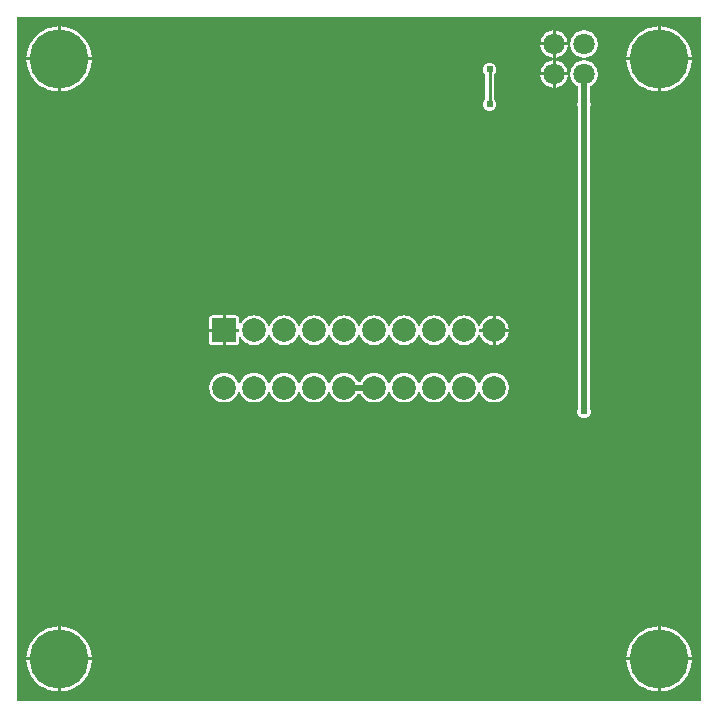
<source format=gbl>
G04 Layer: BottomLayer*
G04 EasyEDA v6.5.34, 2023-08-21 18:11:39*
G04 c46f0082a94245e39cc9accd834b7a4f,5a6b42c53f6a479593ecc07194224c93,10*
G04 Gerber Generator version 0.2*
G04 Scale: 100 percent, Rotated: No, Reflected: No *
G04 Dimensions in millimeters *
G04 leading zeros omitted , absolute positions ,4 integer and 5 decimal *
%FSLAX45Y45*%
%MOMM*%

%ADD10C,0.5000*%
%ADD11C,0.2540*%
%ADD12C,2.0000*%
%ADD13R,2.0000X2.0000*%
%ADD14C,5.0000*%
%ADD15C,1.8000*%
%ADD16C,0.6096*%
%ADD17C,0.0190*%

%LPD*%
G36*
X5805932Y25908D02*
G01*
X36068Y26416D01*
X32156Y27178D01*
X28905Y29362D01*
X26670Y32664D01*
X25908Y36576D01*
X25908Y5805932D01*
X26670Y5809792D01*
X28905Y5813094D01*
X32156Y5815330D01*
X36068Y5816092D01*
X5805932Y5816092D01*
X5809792Y5815330D01*
X5813094Y5813094D01*
X5815330Y5809792D01*
X5816092Y5805932D01*
X5816092Y36068D01*
X5815330Y32156D01*
X5813094Y28905D01*
X5809792Y26670D01*
G37*

%LPC*%
G36*
X4584700Y5600700D02*
G01*
X4687112Y5600700D01*
X4686960Y5602528D01*
X4684268Y5616803D01*
X4679746Y5630672D01*
X4673549Y5643829D01*
X4665776Y5656122D01*
X4656480Y5667349D01*
X4645863Y5677306D01*
X4634077Y5685840D01*
X4621326Y5692851D01*
X4607814Y5698236D01*
X4593691Y5701842D01*
X4584700Y5702960D01*
G37*
G36*
X393700Y105562D02*
G01*
X398322Y105664D01*
X421284Y108051D01*
X443992Y112369D01*
X466242Y118618D01*
X487883Y126644D01*
X508812Y136499D01*
X528828Y148031D01*
X547776Y161239D01*
X565607Y175971D01*
X582117Y192125D01*
X597204Y209600D01*
X610819Y228295D01*
X622757Y248107D01*
X633018Y268782D01*
X641553Y290271D01*
X648208Y312369D01*
X653034Y334975D01*
X655929Y357886D01*
X656336Y368300D01*
X393700Y368300D01*
G37*
G36*
X5448300Y105613D02*
G01*
X5448300Y368300D01*
X5185410Y368300D01*
X5187289Y346405D01*
X5191099Y323646D01*
X5196890Y301244D01*
X5204460Y279450D01*
X5213858Y258317D01*
X5224983Y238099D01*
X5237784Y218846D01*
X5252161Y200710D01*
X5267960Y183896D01*
X5285130Y168402D01*
X5303520Y154432D01*
X5323027Y142036D01*
X5343499Y131368D01*
X5364835Y122377D01*
X5386781Y115265D01*
X5409285Y109982D01*
X5432145Y106629D01*
G37*
G36*
X368300Y105613D02*
G01*
X368300Y368300D01*
X105410Y368300D01*
X107289Y346405D01*
X111099Y323646D01*
X116890Y301244D01*
X124460Y279450D01*
X133858Y258317D01*
X144983Y238099D01*
X157784Y218846D01*
X172161Y200710D01*
X187960Y183896D01*
X205130Y168402D01*
X223520Y154432D01*
X243027Y142036D01*
X263499Y131368D01*
X284835Y122377D01*
X306781Y115265D01*
X329285Y109982D01*
X352145Y106629D01*
G37*
G36*
X393700Y393700D02*
G01*
X656336Y393700D01*
X655929Y404063D01*
X653034Y427024D01*
X648208Y449630D01*
X641553Y471728D01*
X633018Y493217D01*
X622757Y513892D01*
X610819Y533654D01*
X597204Y552348D01*
X582117Y569874D01*
X565607Y586028D01*
X547776Y600760D01*
X528828Y613968D01*
X508812Y625500D01*
X487883Y635355D01*
X466242Y643382D01*
X443992Y649630D01*
X421284Y653948D01*
X398322Y656336D01*
X393700Y656437D01*
G37*
G36*
X5473700Y393700D02*
G01*
X5736336Y393700D01*
X5735929Y404063D01*
X5733034Y427024D01*
X5728208Y449630D01*
X5721553Y471728D01*
X5713018Y493217D01*
X5702757Y513892D01*
X5690819Y533654D01*
X5677204Y552348D01*
X5662117Y569874D01*
X5645607Y586028D01*
X5627776Y600760D01*
X5608828Y613968D01*
X5588812Y625500D01*
X5567883Y635355D01*
X5546242Y643382D01*
X5523992Y649630D01*
X5501284Y653948D01*
X5478322Y656336D01*
X5473700Y656437D01*
G37*
G36*
X5185410Y393700D02*
G01*
X5448300Y393700D01*
X5448300Y656386D01*
X5432145Y655370D01*
X5409285Y652018D01*
X5386781Y646734D01*
X5364835Y639572D01*
X5343499Y630631D01*
X5323027Y619912D01*
X5303520Y607568D01*
X5285130Y593598D01*
X5267960Y578104D01*
X5252161Y561289D01*
X5237784Y543153D01*
X5224983Y523900D01*
X5213858Y503682D01*
X5204460Y482549D01*
X5196890Y460756D01*
X5191099Y438353D01*
X5187289Y415594D01*
G37*
G36*
X105410Y393700D02*
G01*
X368300Y393700D01*
X368300Y656386D01*
X352145Y655370D01*
X329285Y652018D01*
X306781Y646734D01*
X284835Y639572D01*
X263499Y630631D01*
X243027Y619912D01*
X223520Y607568D01*
X205130Y593598D01*
X187960Y578104D01*
X172161Y561289D01*
X157784Y543153D01*
X144983Y523900D01*
X133858Y503682D01*
X124460Y482549D01*
X116890Y460756D01*
X111099Y438353D01*
X107289Y415594D01*
G37*
G36*
X4826000Y2420162D02*
G01*
X4835804Y2421026D01*
X4845253Y2423566D01*
X4854194Y2427681D01*
X4862220Y2433320D01*
X4869180Y2440279D01*
X4874818Y2448306D01*
X4878933Y2457246D01*
X4881473Y2466695D01*
X4882337Y2476500D01*
X4881473Y2486304D01*
X4878933Y2495753D01*
X4877866Y2498090D01*
X4876901Y2502408D01*
X4876901Y5054092D01*
X4877866Y5058410D01*
X4878933Y5060746D01*
X4881473Y5070195D01*
X4882337Y5080000D01*
X4881473Y5089804D01*
X4878933Y5099253D01*
X4877866Y5101590D01*
X4876901Y5105908D01*
X4876901Y5224018D01*
X4877562Y5227523D01*
X4879390Y5230622D01*
X4882184Y5232908D01*
X4888077Y5236159D01*
X4899863Y5244693D01*
X4910480Y5254650D01*
X4919776Y5265877D01*
X4927549Y5278170D01*
X4933746Y5291328D01*
X4938268Y5305196D01*
X4940960Y5319471D01*
X4941874Y5334000D01*
X4940960Y5348528D01*
X4938268Y5362803D01*
X4933746Y5376672D01*
X4927549Y5389829D01*
X4919776Y5402122D01*
X4910480Y5413349D01*
X4899863Y5423306D01*
X4888077Y5431840D01*
X4875326Y5438851D01*
X4861814Y5444236D01*
X4847691Y5447842D01*
X4833264Y5449671D01*
X4818735Y5449671D01*
X4804308Y5447842D01*
X4790186Y5444236D01*
X4776673Y5438851D01*
X4763922Y5431840D01*
X4752136Y5423306D01*
X4741519Y5413349D01*
X4732223Y5402122D01*
X4724450Y5389829D01*
X4718253Y5376672D01*
X4713732Y5362803D01*
X4711039Y5348528D01*
X4710125Y5334000D01*
X4711039Y5319471D01*
X4713732Y5305196D01*
X4718253Y5291328D01*
X4724450Y5278170D01*
X4732223Y5265877D01*
X4741519Y5254650D01*
X4752136Y5244693D01*
X4763922Y5236159D01*
X4769815Y5232908D01*
X4772609Y5230622D01*
X4774438Y5227523D01*
X4775098Y5224018D01*
X4775098Y5105908D01*
X4774133Y5101590D01*
X4773066Y5099253D01*
X4770526Y5089804D01*
X4769662Y5080000D01*
X4770526Y5070195D01*
X4773066Y5060746D01*
X4774133Y5058410D01*
X4775098Y5054092D01*
X4775098Y2502408D01*
X4774133Y2498090D01*
X4773066Y2495753D01*
X4770526Y2486304D01*
X4769662Y2476500D01*
X4770526Y2466695D01*
X4773066Y2457246D01*
X4777181Y2448306D01*
X4782820Y2440279D01*
X4789779Y2433320D01*
X4797806Y2427681D01*
X4806746Y2423566D01*
X4816195Y2421026D01*
G37*
G36*
X1778000Y2552547D02*
G01*
X1793189Y2553462D01*
X1808124Y2556205D01*
X1822653Y2560726D01*
X1836521Y2566974D01*
X1849526Y2574848D01*
X1861464Y2584196D01*
X1872234Y2594965D01*
X1881632Y2606903D01*
X1889455Y2619908D01*
X1895754Y2633827D01*
X1897989Y2637028D01*
X1901189Y2639110D01*
X1905000Y2639822D01*
X1908810Y2639110D01*
X1912061Y2637028D01*
X1914245Y2633827D01*
X1920544Y2619908D01*
X1928418Y2606903D01*
X1937766Y2594965D01*
X1948535Y2584196D01*
X1960473Y2574848D01*
X1973478Y2566974D01*
X1987346Y2560726D01*
X2001875Y2556205D01*
X2016810Y2553462D01*
X2032000Y2552547D01*
X2047189Y2553462D01*
X2062124Y2556205D01*
X2076653Y2560726D01*
X2090521Y2566974D01*
X2103526Y2574848D01*
X2115464Y2584196D01*
X2126234Y2594965D01*
X2135632Y2606903D01*
X2143455Y2619908D01*
X2149754Y2633827D01*
X2151989Y2637028D01*
X2155190Y2639110D01*
X2159000Y2639822D01*
X2162810Y2639110D01*
X2166061Y2637028D01*
X2168245Y2633827D01*
X2174544Y2619908D01*
X2182418Y2606903D01*
X2191766Y2594965D01*
X2202535Y2584196D01*
X2214473Y2574848D01*
X2227478Y2566974D01*
X2241346Y2560726D01*
X2255875Y2556205D01*
X2270810Y2553462D01*
X2286000Y2552547D01*
X2301189Y2553462D01*
X2316124Y2556205D01*
X2330653Y2560726D01*
X2344521Y2566974D01*
X2357526Y2574848D01*
X2369464Y2584196D01*
X2380234Y2594965D01*
X2389632Y2606903D01*
X2397455Y2619908D01*
X2403754Y2633827D01*
X2405989Y2637028D01*
X2409190Y2639110D01*
X2413000Y2639822D01*
X2416810Y2639110D01*
X2420061Y2637028D01*
X2422245Y2633827D01*
X2428544Y2619908D01*
X2436418Y2606903D01*
X2445766Y2594965D01*
X2456535Y2584196D01*
X2468473Y2574848D01*
X2481478Y2566974D01*
X2495346Y2560726D01*
X2509875Y2556205D01*
X2524810Y2553462D01*
X2540000Y2552547D01*
X2555189Y2553462D01*
X2570124Y2556205D01*
X2584653Y2560726D01*
X2598521Y2566974D01*
X2611526Y2574848D01*
X2623464Y2584196D01*
X2634234Y2594965D01*
X2643632Y2606903D01*
X2651455Y2619908D01*
X2657754Y2633827D01*
X2659989Y2637028D01*
X2663190Y2639110D01*
X2667000Y2639822D01*
X2670810Y2639110D01*
X2674061Y2637028D01*
X2676245Y2633827D01*
X2682544Y2619908D01*
X2690418Y2606903D01*
X2699766Y2594965D01*
X2710535Y2584196D01*
X2722473Y2574848D01*
X2735478Y2566974D01*
X2749346Y2560726D01*
X2763875Y2556205D01*
X2778810Y2553462D01*
X2794000Y2552547D01*
X2809189Y2553462D01*
X2824124Y2556205D01*
X2838653Y2560726D01*
X2852521Y2566974D01*
X2865526Y2574848D01*
X2877464Y2584196D01*
X2888234Y2594965D01*
X2897632Y2606903D01*
X2905455Y2619908D01*
X2906217Y2621534D01*
X2908401Y2624683D01*
X2911652Y2626766D01*
X2915462Y2627528D01*
X2926537Y2627528D01*
X2930347Y2626766D01*
X2933598Y2624683D01*
X2935833Y2621534D01*
X2936544Y2619908D01*
X2944418Y2606903D01*
X2953766Y2594965D01*
X2964535Y2584196D01*
X2976473Y2574848D01*
X2989478Y2566974D01*
X3003346Y2560726D01*
X3017875Y2556205D01*
X3032810Y2553462D01*
X3048000Y2552547D01*
X3063189Y2553462D01*
X3078124Y2556205D01*
X3092653Y2560726D01*
X3106521Y2566974D01*
X3119526Y2574848D01*
X3131464Y2584196D01*
X3142234Y2594965D01*
X3151632Y2606903D01*
X3159455Y2619908D01*
X3165754Y2633827D01*
X3167989Y2637028D01*
X3171190Y2639110D01*
X3175000Y2639822D01*
X3178810Y2639110D01*
X3182061Y2637028D01*
X3184245Y2633827D01*
X3190544Y2619908D01*
X3198418Y2606903D01*
X3207766Y2594965D01*
X3218535Y2584196D01*
X3230473Y2574848D01*
X3243478Y2566974D01*
X3257346Y2560726D01*
X3271875Y2556205D01*
X3286810Y2553462D01*
X3302000Y2552547D01*
X3317189Y2553462D01*
X3332124Y2556205D01*
X3346653Y2560726D01*
X3360521Y2566974D01*
X3373526Y2574848D01*
X3385464Y2584196D01*
X3396234Y2594965D01*
X3405632Y2606903D01*
X3413455Y2619908D01*
X3419754Y2633827D01*
X3421989Y2637028D01*
X3425190Y2639110D01*
X3429000Y2639822D01*
X3432810Y2639110D01*
X3436061Y2637028D01*
X3438245Y2633827D01*
X3444544Y2619908D01*
X3452418Y2606903D01*
X3461765Y2594965D01*
X3472535Y2584196D01*
X3484473Y2574848D01*
X3497478Y2566974D01*
X3511346Y2560726D01*
X3525875Y2556205D01*
X3540810Y2553462D01*
X3556000Y2552547D01*
X3571189Y2553462D01*
X3586124Y2556205D01*
X3600653Y2560726D01*
X3614521Y2566974D01*
X3627526Y2574848D01*
X3639464Y2584196D01*
X3650234Y2594965D01*
X3659632Y2606903D01*
X3667455Y2619908D01*
X3673754Y2633827D01*
X3675989Y2637028D01*
X3679190Y2639110D01*
X3683000Y2639822D01*
X3686810Y2639110D01*
X3690061Y2637028D01*
X3692245Y2633827D01*
X3698544Y2619908D01*
X3706418Y2606903D01*
X3715765Y2594965D01*
X3726535Y2584196D01*
X3738473Y2574848D01*
X3751478Y2566974D01*
X3765346Y2560726D01*
X3779875Y2556205D01*
X3794810Y2553462D01*
X3810000Y2552547D01*
X3825189Y2553462D01*
X3840124Y2556205D01*
X3854653Y2560726D01*
X3868521Y2566974D01*
X3881526Y2574848D01*
X3893464Y2584196D01*
X3904234Y2594965D01*
X3913632Y2606903D01*
X3921455Y2619908D01*
X3927754Y2633827D01*
X3929989Y2637028D01*
X3933190Y2639110D01*
X3937000Y2639822D01*
X3940810Y2639110D01*
X3944061Y2637028D01*
X3946245Y2633827D01*
X3952544Y2619908D01*
X3960418Y2606903D01*
X3969765Y2594965D01*
X3980535Y2584196D01*
X3992473Y2574848D01*
X4005478Y2566974D01*
X4019346Y2560726D01*
X4033875Y2556205D01*
X4048810Y2553462D01*
X4064000Y2552547D01*
X4079189Y2553462D01*
X4094124Y2556205D01*
X4108653Y2560726D01*
X4122521Y2566974D01*
X4135526Y2574848D01*
X4147464Y2584196D01*
X4158234Y2594965D01*
X4167632Y2606903D01*
X4175455Y2619908D01*
X4181703Y2633776D01*
X4186224Y2648305D01*
X4188968Y2663240D01*
X4189882Y2678430D01*
X4188968Y2693619D01*
X4186224Y2708554D01*
X4181703Y2723083D01*
X4175455Y2736951D01*
X4167632Y2749956D01*
X4158234Y2761894D01*
X4147464Y2772664D01*
X4135526Y2782062D01*
X4122521Y2789885D01*
X4108653Y2796133D01*
X4094124Y2800654D01*
X4079189Y2803398D01*
X4064000Y2804312D01*
X4048810Y2803398D01*
X4033875Y2800654D01*
X4019346Y2796133D01*
X4005478Y2789885D01*
X3992473Y2782062D01*
X3980535Y2772664D01*
X3969765Y2761894D01*
X3960418Y2749956D01*
X3952544Y2736951D01*
X3946245Y2723032D01*
X3944061Y2719832D01*
X3940810Y2717749D01*
X3937000Y2717038D01*
X3933190Y2717749D01*
X3929989Y2719832D01*
X3927754Y2723032D01*
X3921455Y2736951D01*
X3913632Y2749956D01*
X3904234Y2761894D01*
X3893464Y2772664D01*
X3881526Y2782062D01*
X3868521Y2789885D01*
X3854653Y2796133D01*
X3840124Y2800654D01*
X3825189Y2803398D01*
X3810000Y2804312D01*
X3794810Y2803398D01*
X3779875Y2800654D01*
X3765346Y2796133D01*
X3751478Y2789885D01*
X3738473Y2782062D01*
X3726535Y2772664D01*
X3715765Y2761894D01*
X3706418Y2749956D01*
X3698544Y2736951D01*
X3692245Y2723032D01*
X3690061Y2719832D01*
X3686810Y2717749D01*
X3683000Y2717038D01*
X3679190Y2717749D01*
X3675989Y2719832D01*
X3673754Y2723032D01*
X3667455Y2736951D01*
X3659632Y2749956D01*
X3650234Y2761894D01*
X3639464Y2772664D01*
X3627526Y2782062D01*
X3614521Y2789885D01*
X3600653Y2796133D01*
X3586124Y2800654D01*
X3571189Y2803398D01*
X3556000Y2804312D01*
X3540810Y2803398D01*
X3525875Y2800654D01*
X3511346Y2796133D01*
X3497478Y2789885D01*
X3484473Y2782062D01*
X3472535Y2772664D01*
X3461765Y2761894D01*
X3452418Y2749956D01*
X3444544Y2736951D01*
X3438245Y2723032D01*
X3436061Y2719832D01*
X3432810Y2717749D01*
X3429000Y2717038D01*
X3425190Y2717749D01*
X3421989Y2719832D01*
X3419754Y2723032D01*
X3413455Y2736951D01*
X3405632Y2749956D01*
X3396234Y2761894D01*
X3385464Y2772664D01*
X3373526Y2782062D01*
X3360521Y2789885D01*
X3346653Y2796133D01*
X3332124Y2800654D01*
X3317189Y2803398D01*
X3302000Y2804312D01*
X3286810Y2803398D01*
X3271875Y2800654D01*
X3257346Y2796133D01*
X3243478Y2789885D01*
X3230473Y2782062D01*
X3218535Y2772664D01*
X3207766Y2761894D01*
X3198418Y2749956D01*
X3190544Y2736951D01*
X3184245Y2723032D01*
X3182061Y2719832D01*
X3178810Y2717749D01*
X3175000Y2717038D01*
X3171190Y2717749D01*
X3167989Y2719832D01*
X3165754Y2723032D01*
X3159455Y2736951D01*
X3151632Y2749956D01*
X3142234Y2761894D01*
X3131464Y2772664D01*
X3119526Y2782062D01*
X3106521Y2789885D01*
X3092653Y2796133D01*
X3078124Y2800654D01*
X3063189Y2803398D01*
X3048000Y2804312D01*
X3032810Y2803398D01*
X3017875Y2800654D01*
X3003346Y2796133D01*
X2989478Y2789885D01*
X2976473Y2782062D01*
X2964535Y2772664D01*
X2953766Y2761894D01*
X2944418Y2749956D01*
X2936544Y2736951D01*
X2935833Y2735326D01*
X2933598Y2732176D01*
X2930347Y2730093D01*
X2926537Y2729331D01*
X2915462Y2729331D01*
X2911652Y2730093D01*
X2908401Y2732176D01*
X2906217Y2735326D01*
X2905455Y2736951D01*
X2897632Y2749956D01*
X2888234Y2761894D01*
X2877464Y2772664D01*
X2865526Y2782062D01*
X2852521Y2789885D01*
X2838653Y2796133D01*
X2824124Y2800654D01*
X2809189Y2803398D01*
X2794000Y2804312D01*
X2778810Y2803398D01*
X2763875Y2800654D01*
X2749346Y2796133D01*
X2735478Y2789885D01*
X2722473Y2782062D01*
X2710535Y2772664D01*
X2699766Y2761894D01*
X2690418Y2749956D01*
X2682544Y2736951D01*
X2676245Y2723032D01*
X2674061Y2719832D01*
X2670810Y2717749D01*
X2667000Y2717038D01*
X2663190Y2717749D01*
X2659989Y2719832D01*
X2657754Y2723032D01*
X2651455Y2736951D01*
X2643632Y2749956D01*
X2634234Y2761894D01*
X2623464Y2772664D01*
X2611526Y2782062D01*
X2598521Y2789885D01*
X2584653Y2796133D01*
X2570124Y2800654D01*
X2555189Y2803398D01*
X2540000Y2804312D01*
X2524810Y2803398D01*
X2509875Y2800654D01*
X2495346Y2796133D01*
X2481478Y2789885D01*
X2468473Y2782062D01*
X2456535Y2772664D01*
X2445766Y2761894D01*
X2436418Y2749956D01*
X2428544Y2736951D01*
X2422245Y2723032D01*
X2420061Y2719832D01*
X2416810Y2717749D01*
X2413000Y2717038D01*
X2409190Y2717749D01*
X2405989Y2719832D01*
X2403754Y2723032D01*
X2397455Y2736951D01*
X2389632Y2749956D01*
X2380234Y2761894D01*
X2369464Y2772664D01*
X2357526Y2782062D01*
X2344521Y2789885D01*
X2330653Y2796133D01*
X2316124Y2800654D01*
X2301189Y2803398D01*
X2286000Y2804312D01*
X2270810Y2803398D01*
X2255875Y2800654D01*
X2241346Y2796133D01*
X2227478Y2789885D01*
X2214473Y2782062D01*
X2202535Y2772664D01*
X2191766Y2761894D01*
X2182418Y2749956D01*
X2174544Y2736951D01*
X2168245Y2723032D01*
X2166061Y2719832D01*
X2162810Y2717749D01*
X2159000Y2717038D01*
X2155190Y2717749D01*
X2151989Y2719832D01*
X2149754Y2723032D01*
X2143455Y2736951D01*
X2135632Y2749956D01*
X2126234Y2761894D01*
X2115464Y2772664D01*
X2103526Y2782062D01*
X2090521Y2789885D01*
X2076653Y2796133D01*
X2062124Y2800654D01*
X2047189Y2803398D01*
X2032000Y2804312D01*
X2016810Y2803398D01*
X2001875Y2800654D01*
X1987346Y2796133D01*
X1973478Y2789885D01*
X1960473Y2782062D01*
X1948535Y2772664D01*
X1937766Y2761894D01*
X1928418Y2749956D01*
X1920544Y2736951D01*
X1914245Y2723032D01*
X1912061Y2719832D01*
X1908810Y2717749D01*
X1905000Y2717038D01*
X1901189Y2717749D01*
X1897989Y2719832D01*
X1895754Y2723032D01*
X1889455Y2736951D01*
X1881632Y2749956D01*
X1872234Y2761894D01*
X1861464Y2772664D01*
X1849526Y2782062D01*
X1836521Y2789885D01*
X1822653Y2796133D01*
X1808124Y2800654D01*
X1793189Y2803398D01*
X1778000Y2804312D01*
X1762810Y2803398D01*
X1747875Y2800654D01*
X1733346Y2796133D01*
X1719478Y2789885D01*
X1706473Y2782062D01*
X1694535Y2772664D01*
X1683766Y2761894D01*
X1674418Y2749956D01*
X1666544Y2736951D01*
X1660296Y2723083D01*
X1655775Y2708554D01*
X1653032Y2693619D01*
X1652117Y2678430D01*
X1653032Y2663240D01*
X1655775Y2648305D01*
X1660296Y2633776D01*
X1666544Y2619908D01*
X1674418Y2606903D01*
X1683766Y2594965D01*
X1694535Y2584196D01*
X1706473Y2574848D01*
X1719478Y2566974D01*
X1733346Y2560726D01*
X1747875Y2556205D01*
X1762810Y2553462D01*
G37*
G36*
X4456887Y5600700D02*
G01*
X4559300Y5600700D01*
X4559300Y5702960D01*
X4550308Y5701842D01*
X4536186Y5698236D01*
X4522673Y5692851D01*
X4509922Y5685840D01*
X4498136Y5677306D01*
X4487519Y5667349D01*
X4478223Y5656122D01*
X4470450Y5643829D01*
X4464253Y5630672D01*
X4459732Y5616803D01*
X4457039Y5602528D01*
G37*
G36*
X5185410Y5473700D02*
G01*
X5448300Y5473700D01*
X5448300Y5736386D01*
X5432145Y5735370D01*
X5409285Y5732018D01*
X5386781Y5726734D01*
X5364835Y5719572D01*
X5343499Y5710631D01*
X5323027Y5699912D01*
X5303520Y5687568D01*
X5285130Y5673598D01*
X5267960Y5658104D01*
X5252161Y5641289D01*
X5237784Y5623153D01*
X5224983Y5603900D01*
X5213858Y5583682D01*
X5204460Y5562549D01*
X5196890Y5540756D01*
X5191099Y5518353D01*
X5187289Y5495594D01*
G37*
G36*
X105410Y5473700D02*
G01*
X368300Y5473700D01*
X368300Y5736386D01*
X352145Y5735370D01*
X329285Y5732018D01*
X306781Y5726734D01*
X284835Y5719572D01*
X263499Y5710631D01*
X243027Y5699912D01*
X223520Y5687568D01*
X205130Y5673598D01*
X187960Y5658104D01*
X172161Y5641289D01*
X157784Y5623153D01*
X144983Y5603900D01*
X133858Y5583682D01*
X124460Y5562549D01*
X116890Y5540756D01*
X111099Y5518353D01*
X107289Y5495594D01*
G37*
G36*
X393700Y5473700D02*
G01*
X656336Y5473700D01*
X655929Y5484063D01*
X653034Y5507024D01*
X648208Y5529630D01*
X641553Y5551728D01*
X633018Y5573217D01*
X622757Y5593892D01*
X610819Y5613654D01*
X597204Y5632348D01*
X582117Y5649874D01*
X565607Y5666028D01*
X547776Y5680760D01*
X528828Y5693968D01*
X508812Y5705500D01*
X487883Y5715355D01*
X466242Y5723382D01*
X443992Y5729630D01*
X421284Y5733948D01*
X398322Y5736336D01*
X393700Y5736437D01*
G37*
G36*
X5473700Y5473700D02*
G01*
X5736336Y5473700D01*
X5735929Y5484063D01*
X5733034Y5507024D01*
X5728208Y5529630D01*
X5721553Y5551728D01*
X5713018Y5573217D01*
X5702757Y5593892D01*
X5690819Y5613654D01*
X5677204Y5632348D01*
X5662117Y5649874D01*
X5645607Y5666028D01*
X5627776Y5680760D01*
X5608828Y5693968D01*
X5588812Y5705500D01*
X5567883Y5715355D01*
X5546242Y5723382D01*
X5523992Y5729630D01*
X5501284Y5733948D01*
X5478322Y5736336D01*
X5473700Y5736437D01*
G37*
G36*
X4584700Y5473039D02*
G01*
X4593691Y5474157D01*
X4607814Y5477764D01*
X4621326Y5483148D01*
X4634077Y5490159D01*
X4645863Y5498693D01*
X4656480Y5508650D01*
X4665776Y5519877D01*
X4673549Y5532170D01*
X4679746Y5545328D01*
X4684268Y5559196D01*
X4686960Y5573471D01*
X4687112Y5575300D01*
X4584700Y5575300D01*
G37*
G36*
X4559300Y5473039D02*
G01*
X4559300Y5575300D01*
X4456887Y5575300D01*
X4457039Y5573471D01*
X4459732Y5559196D01*
X4464253Y5545328D01*
X4470450Y5532170D01*
X4478223Y5519877D01*
X4487519Y5508650D01*
X4498136Y5498693D01*
X4509922Y5490159D01*
X4522673Y5483148D01*
X4536186Y5477764D01*
X4550308Y5474157D01*
G37*
G36*
X4818735Y5472328D02*
G01*
X4833264Y5472328D01*
X4847691Y5474157D01*
X4861814Y5477764D01*
X4875326Y5483148D01*
X4888077Y5490159D01*
X4899863Y5498693D01*
X4910480Y5508650D01*
X4919776Y5519877D01*
X4927549Y5532170D01*
X4933746Y5545328D01*
X4938268Y5559196D01*
X4940960Y5573471D01*
X4941874Y5588000D01*
X4940960Y5602528D01*
X4938268Y5616803D01*
X4933746Y5630672D01*
X4927549Y5643829D01*
X4919776Y5656122D01*
X4910480Y5667349D01*
X4899863Y5677306D01*
X4888077Y5685840D01*
X4875326Y5692851D01*
X4861814Y5698236D01*
X4847691Y5701842D01*
X4833264Y5703671D01*
X4818735Y5703671D01*
X4804308Y5701842D01*
X4790186Y5698236D01*
X4776673Y5692851D01*
X4763922Y5685840D01*
X4752136Y5677306D01*
X4741519Y5667349D01*
X4732223Y5656122D01*
X4724450Y5643829D01*
X4718253Y5630672D01*
X4713732Y5616803D01*
X4711039Y5602528D01*
X4710125Y5588000D01*
X4711039Y5573471D01*
X4713732Y5559196D01*
X4718253Y5545328D01*
X4724450Y5532170D01*
X4732223Y5519877D01*
X4741519Y5508650D01*
X4752136Y5498693D01*
X4763922Y5490159D01*
X4776673Y5483148D01*
X4790186Y5477764D01*
X4804308Y5474157D01*
G37*
G36*
X4456887Y5346700D02*
G01*
X4559300Y5346700D01*
X4559300Y5448960D01*
X4550308Y5447842D01*
X4536186Y5444236D01*
X4522673Y5438851D01*
X4509922Y5431840D01*
X4498136Y5423306D01*
X4487519Y5413349D01*
X4478223Y5402122D01*
X4470450Y5389829D01*
X4464253Y5376672D01*
X4459732Y5362803D01*
X4457039Y5348528D01*
G37*
G36*
X4584700Y5346700D02*
G01*
X4687112Y5346700D01*
X4686960Y5348528D01*
X4684268Y5362803D01*
X4679746Y5376672D01*
X4673549Y5389829D01*
X4665776Y5402122D01*
X4656480Y5413349D01*
X4645863Y5423306D01*
X4634077Y5431840D01*
X4621326Y5438851D01*
X4607814Y5444236D01*
X4593691Y5447842D01*
X4584700Y5448960D01*
G37*
G36*
X4584700Y5219039D02*
G01*
X4593691Y5220157D01*
X4607814Y5223764D01*
X4621326Y5229148D01*
X4634077Y5236159D01*
X4645863Y5244693D01*
X4656480Y5254650D01*
X4665776Y5265877D01*
X4673549Y5278170D01*
X4679746Y5291328D01*
X4684268Y5305196D01*
X4686960Y5319471D01*
X4687112Y5321300D01*
X4584700Y5321300D01*
G37*
G36*
X4559300Y5219039D02*
G01*
X4559300Y5321300D01*
X4456887Y5321300D01*
X4457039Y5319471D01*
X4459732Y5305196D01*
X4464253Y5291328D01*
X4470450Y5278170D01*
X4478223Y5265877D01*
X4487519Y5254650D01*
X4498136Y5244693D01*
X4509922Y5236159D01*
X4522673Y5229148D01*
X4536186Y5223764D01*
X4550308Y5220157D01*
G37*
G36*
X368300Y5185613D02*
G01*
X368300Y5448300D01*
X105410Y5448300D01*
X107289Y5426405D01*
X111099Y5403646D01*
X116890Y5381244D01*
X124460Y5359450D01*
X133858Y5338318D01*
X144983Y5318099D01*
X157784Y5298846D01*
X172161Y5280710D01*
X187960Y5263896D01*
X205130Y5248402D01*
X223520Y5234432D01*
X243027Y5222036D01*
X263499Y5211368D01*
X284835Y5202377D01*
X306781Y5195265D01*
X329285Y5189982D01*
X352145Y5186629D01*
G37*
G36*
X5448300Y5185613D02*
G01*
X5448300Y5448300D01*
X5185410Y5448300D01*
X5187289Y5426405D01*
X5191099Y5403646D01*
X5196890Y5381244D01*
X5204460Y5359450D01*
X5213858Y5338318D01*
X5224983Y5318099D01*
X5237784Y5298846D01*
X5252161Y5280710D01*
X5267960Y5263896D01*
X5285130Y5248402D01*
X5303520Y5234432D01*
X5323027Y5222036D01*
X5343499Y5211368D01*
X5364835Y5202377D01*
X5386781Y5195265D01*
X5409285Y5189982D01*
X5432145Y5186629D01*
G37*
G36*
X393700Y5185562D02*
G01*
X398322Y5185664D01*
X421284Y5188051D01*
X443992Y5192369D01*
X466242Y5198618D01*
X487883Y5206644D01*
X508812Y5216499D01*
X528828Y5228031D01*
X547776Y5241239D01*
X565607Y5255971D01*
X582117Y5272125D01*
X597204Y5289600D01*
X610819Y5308295D01*
X622757Y5328107D01*
X633018Y5348782D01*
X641553Y5370271D01*
X648208Y5392369D01*
X653034Y5414975D01*
X655929Y5437886D01*
X656336Y5448300D01*
X393700Y5448300D01*
G37*
G36*
X5473700Y5185562D02*
G01*
X5478322Y5185664D01*
X5501284Y5188051D01*
X5523992Y5192369D01*
X5546242Y5198618D01*
X5567883Y5206644D01*
X5588812Y5216499D01*
X5608828Y5228031D01*
X5627776Y5241239D01*
X5645607Y5255971D01*
X5662117Y5272125D01*
X5677204Y5289600D01*
X5690819Y5308295D01*
X5702757Y5328107D01*
X5713018Y5348782D01*
X5721553Y5370271D01*
X5728208Y5392369D01*
X5733034Y5414975D01*
X5735929Y5437886D01*
X5736336Y5448300D01*
X5473700Y5448300D01*
G37*
G36*
X4025900Y5023662D02*
G01*
X4035704Y5024526D01*
X4045153Y5027066D01*
X4054094Y5031181D01*
X4062120Y5036820D01*
X4069079Y5043779D01*
X4074718Y5051806D01*
X4078833Y5060746D01*
X4081373Y5070195D01*
X4082237Y5080000D01*
X4081373Y5089804D01*
X4078833Y5099253D01*
X4074718Y5108194D01*
X4069079Y5116220D01*
X4067505Y5117795D01*
X4065270Y5121097D01*
X4064508Y5125008D01*
X4064508Y5327091D01*
X4065270Y5331002D01*
X4067505Y5334304D01*
X4069079Y5335879D01*
X4074718Y5343906D01*
X4078833Y5352846D01*
X4081373Y5362295D01*
X4082237Y5372100D01*
X4081373Y5381904D01*
X4078833Y5391353D01*
X4074718Y5400294D01*
X4069079Y5408320D01*
X4062120Y5415280D01*
X4054094Y5420918D01*
X4045153Y5425033D01*
X4035704Y5427573D01*
X4025900Y5428437D01*
X4016095Y5427573D01*
X4006646Y5425033D01*
X3997706Y5420918D01*
X3989679Y5415280D01*
X3982720Y5408320D01*
X3977081Y5400294D01*
X3972966Y5391353D01*
X3970426Y5381904D01*
X3969562Y5372100D01*
X3970426Y5362295D01*
X3972966Y5352846D01*
X3977081Y5343906D01*
X3982720Y5335879D01*
X3984294Y5334304D01*
X3986529Y5331002D01*
X3987292Y5327091D01*
X3987292Y5125008D01*
X3986529Y5121097D01*
X3984294Y5117795D01*
X3982720Y5116220D01*
X3977081Y5108194D01*
X3972966Y5099253D01*
X3970426Y5089804D01*
X3969562Y5080000D01*
X3970426Y5070195D01*
X3972966Y5060746D01*
X3977081Y5051806D01*
X3982720Y5043779D01*
X3989679Y5036820D01*
X3997706Y5031181D01*
X4006646Y5027066D01*
X4016095Y5024526D01*
G37*
G36*
X1652117Y3176270D02*
G01*
X1765300Y3176270D01*
X1765300Y3289503D01*
X1678584Y3289503D01*
X1672234Y3288792D01*
X1666798Y3286861D01*
X1661871Y3283762D01*
X1657807Y3279698D01*
X1654708Y3274771D01*
X1652828Y3269335D01*
X1652117Y3262985D01*
G37*
G36*
X1678584Y3037687D02*
G01*
X1765300Y3037687D01*
X1765300Y3150870D01*
X1652117Y3150870D01*
X1652117Y3064154D01*
X1652828Y3057804D01*
X1654708Y3052368D01*
X1657807Y3047441D01*
X1661871Y3043377D01*
X1666798Y3040278D01*
X1672234Y3038398D01*
G37*
G36*
X1790700Y3037687D02*
G01*
X1877415Y3037687D01*
X1883765Y3038398D01*
X1889201Y3040278D01*
X1894128Y3043377D01*
X1898192Y3047441D01*
X1901291Y3052368D01*
X1903222Y3057804D01*
X1903933Y3064154D01*
X1903933Y3096107D01*
X1904847Y3100374D01*
X1907489Y3103880D01*
X1911350Y3105912D01*
X1915718Y3106166D01*
X1919782Y3104540D01*
X1922780Y3101390D01*
X1928418Y3092043D01*
X1937766Y3080105D01*
X1948535Y3069336D01*
X1960473Y3059988D01*
X1973478Y3052114D01*
X1987346Y3045866D01*
X2001875Y3041345D01*
X2016810Y3038602D01*
X2032000Y3037687D01*
X2047189Y3038602D01*
X2062124Y3041345D01*
X2076653Y3045866D01*
X2090521Y3052114D01*
X2103526Y3059988D01*
X2115464Y3069336D01*
X2126234Y3080105D01*
X2135632Y3092043D01*
X2143455Y3105048D01*
X2149754Y3118967D01*
X2151989Y3122168D01*
X2155190Y3124250D01*
X2159000Y3124962D01*
X2162810Y3124250D01*
X2166061Y3122168D01*
X2168245Y3118967D01*
X2174544Y3105048D01*
X2182418Y3092043D01*
X2191766Y3080105D01*
X2202535Y3069336D01*
X2214473Y3059988D01*
X2227478Y3052114D01*
X2241346Y3045866D01*
X2255875Y3041345D01*
X2270810Y3038602D01*
X2286000Y3037687D01*
X2301189Y3038602D01*
X2316124Y3041345D01*
X2330653Y3045866D01*
X2344521Y3052114D01*
X2357526Y3059988D01*
X2369464Y3069336D01*
X2380234Y3080105D01*
X2389632Y3092043D01*
X2397455Y3105048D01*
X2403754Y3118967D01*
X2405989Y3122168D01*
X2409190Y3124250D01*
X2413000Y3124962D01*
X2416810Y3124250D01*
X2420061Y3122168D01*
X2422245Y3118967D01*
X2428544Y3105048D01*
X2436418Y3092043D01*
X2445766Y3080105D01*
X2456535Y3069336D01*
X2468473Y3059988D01*
X2481478Y3052114D01*
X2495346Y3045866D01*
X2509875Y3041345D01*
X2524810Y3038602D01*
X2540000Y3037687D01*
X2555189Y3038602D01*
X2570124Y3041345D01*
X2584653Y3045866D01*
X2598521Y3052114D01*
X2611526Y3059988D01*
X2623464Y3069336D01*
X2634234Y3080105D01*
X2643632Y3092043D01*
X2651455Y3105048D01*
X2657754Y3118967D01*
X2659989Y3122168D01*
X2663190Y3124250D01*
X2667000Y3124962D01*
X2670810Y3124250D01*
X2674061Y3122168D01*
X2676245Y3118967D01*
X2682544Y3105048D01*
X2690418Y3092043D01*
X2699766Y3080105D01*
X2710535Y3069336D01*
X2722473Y3059988D01*
X2735478Y3052114D01*
X2749346Y3045866D01*
X2763875Y3041345D01*
X2778810Y3038602D01*
X2794000Y3037687D01*
X2809189Y3038602D01*
X2824124Y3041345D01*
X2838653Y3045866D01*
X2852521Y3052114D01*
X2865526Y3059988D01*
X2877464Y3069336D01*
X2888234Y3080105D01*
X2897632Y3092043D01*
X2905455Y3105048D01*
X2911754Y3118967D01*
X2913989Y3122168D01*
X2917190Y3124250D01*
X2921000Y3124962D01*
X2924810Y3124250D01*
X2928061Y3122168D01*
X2930245Y3118967D01*
X2936544Y3105048D01*
X2944418Y3092043D01*
X2953766Y3080105D01*
X2964535Y3069336D01*
X2976473Y3059988D01*
X2989478Y3052114D01*
X3003346Y3045866D01*
X3017875Y3041345D01*
X3032810Y3038602D01*
X3048000Y3037687D01*
X3063189Y3038602D01*
X3078124Y3041345D01*
X3092653Y3045866D01*
X3106521Y3052114D01*
X3119526Y3059988D01*
X3131464Y3069336D01*
X3142234Y3080105D01*
X3151632Y3092043D01*
X3159455Y3105048D01*
X3165754Y3118967D01*
X3167989Y3122168D01*
X3171190Y3124250D01*
X3175000Y3124962D01*
X3178810Y3124250D01*
X3182061Y3122168D01*
X3184245Y3118967D01*
X3190544Y3105048D01*
X3198418Y3092043D01*
X3207766Y3080105D01*
X3218535Y3069336D01*
X3230473Y3059988D01*
X3243478Y3052114D01*
X3257346Y3045866D01*
X3271875Y3041345D01*
X3286810Y3038602D01*
X3302000Y3037687D01*
X3317189Y3038602D01*
X3332124Y3041345D01*
X3346653Y3045866D01*
X3360521Y3052114D01*
X3373526Y3059988D01*
X3385464Y3069336D01*
X3396234Y3080105D01*
X3405632Y3092043D01*
X3413455Y3105048D01*
X3419754Y3118967D01*
X3421989Y3122168D01*
X3425190Y3124250D01*
X3429000Y3124962D01*
X3432810Y3124250D01*
X3436061Y3122168D01*
X3438245Y3118967D01*
X3444544Y3105048D01*
X3452418Y3092043D01*
X3461765Y3080105D01*
X3472535Y3069336D01*
X3484473Y3059988D01*
X3497478Y3052114D01*
X3511346Y3045866D01*
X3525875Y3041345D01*
X3540810Y3038602D01*
X3556000Y3037687D01*
X3571189Y3038602D01*
X3586124Y3041345D01*
X3600653Y3045866D01*
X3614521Y3052114D01*
X3627526Y3059988D01*
X3639464Y3069336D01*
X3650234Y3080105D01*
X3659632Y3092043D01*
X3667455Y3105048D01*
X3673754Y3118967D01*
X3675989Y3122168D01*
X3679190Y3124250D01*
X3683000Y3124962D01*
X3686810Y3124250D01*
X3690061Y3122168D01*
X3692245Y3118967D01*
X3698544Y3105048D01*
X3706418Y3092043D01*
X3715765Y3080105D01*
X3726535Y3069336D01*
X3738473Y3059988D01*
X3751478Y3052114D01*
X3765346Y3045866D01*
X3779875Y3041345D01*
X3794810Y3038602D01*
X3810000Y3037687D01*
X3825189Y3038602D01*
X3840124Y3041345D01*
X3854653Y3045866D01*
X3868521Y3052114D01*
X3881526Y3059988D01*
X3893464Y3069336D01*
X3904234Y3080105D01*
X3913632Y3092043D01*
X3921455Y3105048D01*
X3927754Y3118967D01*
X3929989Y3122168D01*
X3933190Y3124250D01*
X3937000Y3124962D01*
X3940810Y3124250D01*
X3944061Y3122168D01*
X3946245Y3118967D01*
X3952544Y3105048D01*
X3960418Y3092043D01*
X3969765Y3080105D01*
X3980535Y3069336D01*
X3992473Y3059988D01*
X4005478Y3052114D01*
X4019346Y3045866D01*
X4033875Y3041345D01*
X4048810Y3038602D01*
X4051300Y3038449D01*
X4051300Y3150870D01*
X3945940Y3150870D01*
X3942029Y3151632D01*
X3938727Y3153867D01*
X3936542Y3157169D01*
X3935780Y3161030D01*
X3935780Y3166110D01*
X3936542Y3170021D01*
X3938727Y3173272D01*
X3942029Y3175508D01*
X3945940Y3176270D01*
X4051300Y3176270D01*
X4051300Y3288690D01*
X4048810Y3288537D01*
X4033875Y3285794D01*
X4019346Y3281273D01*
X4005478Y3275025D01*
X3992473Y3267202D01*
X3980535Y3257803D01*
X3969765Y3247034D01*
X3960418Y3235096D01*
X3952544Y3222091D01*
X3946245Y3208172D01*
X3944061Y3204972D01*
X3940810Y3202889D01*
X3937000Y3202178D01*
X3933190Y3202889D01*
X3929989Y3204972D01*
X3927754Y3208172D01*
X3921455Y3222091D01*
X3913632Y3235096D01*
X3904234Y3247034D01*
X3893464Y3257803D01*
X3881526Y3267202D01*
X3868521Y3275025D01*
X3854653Y3281273D01*
X3840124Y3285794D01*
X3825189Y3288537D01*
X3810000Y3289452D01*
X3794810Y3288537D01*
X3779875Y3285794D01*
X3765346Y3281273D01*
X3751478Y3275025D01*
X3738473Y3267202D01*
X3726535Y3257803D01*
X3715765Y3247034D01*
X3706418Y3235096D01*
X3698544Y3222091D01*
X3692245Y3208172D01*
X3690061Y3204972D01*
X3686810Y3202889D01*
X3683000Y3202178D01*
X3679190Y3202889D01*
X3675989Y3204972D01*
X3673754Y3208172D01*
X3667455Y3222091D01*
X3659632Y3235096D01*
X3650234Y3247034D01*
X3639464Y3257803D01*
X3627526Y3267202D01*
X3614521Y3275025D01*
X3600653Y3281273D01*
X3586124Y3285794D01*
X3571189Y3288537D01*
X3556000Y3289452D01*
X3540810Y3288537D01*
X3525875Y3285794D01*
X3511346Y3281273D01*
X3497478Y3275025D01*
X3484473Y3267202D01*
X3472535Y3257803D01*
X3461765Y3247034D01*
X3452418Y3235096D01*
X3444544Y3222091D01*
X3438245Y3208172D01*
X3436061Y3204972D01*
X3432810Y3202889D01*
X3429000Y3202178D01*
X3425190Y3202889D01*
X3421989Y3204972D01*
X3419754Y3208172D01*
X3413455Y3222091D01*
X3405632Y3235096D01*
X3396234Y3247034D01*
X3385464Y3257803D01*
X3373526Y3267202D01*
X3360521Y3275025D01*
X3346653Y3281273D01*
X3332124Y3285794D01*
X3317189Y3288537D01*
X3302000Y3289452D01*
X3286810Y3288537D01*
X3271875Y3285794D01*
X3257346Y3281273D01*
X3243478Y3275025D01*
X3230473Y3267202D01*
X3218535Y3257803D01*
X3207766Y3247034D01*
X3198418Y3235096D01*
X3190544Y3222091D01*
X3184245Y3208172D01*
X3182061Y3204972D01*
X3178810Y3202889D01*
X3175000Y3202178D01*
X3171190Y3202889D01*
X3167989Y3204972D01*
X3165754Y3208172D01*
X3159455Y3222091D01*
X3151632Y3235096D01*
X3142234Y3247034D01*
X3131464Y3257803D01*
X3119526Y3267202D01*
X3106521Y3275025D01*
X3092653Y3281273D01*
X3078124Y3285794D01*
X3063189Y3288537D01*
X3048000Y3289452D01*
X3032810Y3288537D01*
X3017875Y3285794D01*
X3003346Y3281273D01*
X2989478Y3275025D01*
X2976473Y3267202D01*
X2964535Y3257803D01*
X2953766Y3247034D01*
X2944418Y3235096D01*
X2936544Y3222091D01*
X2930245Y3208172D01*
X2928061Y3204972D01*
X2924810Y3202889D01*
X2921000Y3202178D01*
X2917190Y3202889D01*
X2913989Y3204972D01*
X2911754Y3208172D01*
X2905455Y3222091D01*
X2897632Y3235096D01*
X2888234Y3247034D01*
X2877464Y3257803D01*
X2865526Y3267202D01*
X2852521Y3275025D01*
X2838653Y3281273D01*
X2824124Y3285794D01*
X2809189Y3288537D01*
X2794000Y3289452D01*
X2778810Y3288537D01*
X2763875Y3285794D01*
X2749346Y3281273D01*
X2735478Y3275025D01*
X2722473Y3267202D01*
X2710535Y3257803D01*
X2699766Y3247034D01*
X2690418Y3235096D01*
X2682544Y3222091D01*
X2676245Y3208172D01*
X2674061Y3204972D01*
X2670810Y3202889D01*
X2667000Y3202178D01*
X2663190Y3202889D01*
X2659989Y3204972D01*
X2657754Y3208172D01*
X2651455Y3222091D01*
X2643632Y3235096D01*
X2634234Y3247034D01*
X2623464Y3257803D01*
X2611526Y3267202D01*
X2598521Y3275025D01*
X2584653Y3281273D01*
X2570124Y3285794D01*
X2555189Y3288537D01*
X2540000Y3289452D01*
X2524810Y3288537D01*
X2509875Y3285794D01*
X2495346Y3281273D01*
X2481478Y3275025D01*
X2468473Y3267202D01*
X2456535Y3257803D01*
X2445766Y3247034D01*
X2436418Y3235096D01*
X2428544Y3222091D01*
X2422245Y3208172D01*
X2420061Y3204972D01*
X2416810Y3202889D01*
X2413000Y3202178D01*
X2409190Y3202889D01*
X2405989Y3204972D01*
X2403754Y3208172D01*
X2397455Y3222091D01*
X2389632Y3235096D01*
X2380234Y3247034D01*
X2369464Y3257803D01*
X2357526Y3267202D01*
X2344521Y3275025D01*
X2330653Y3281273D01*
X2316124Y3285794D01*
X2301189Y3288537D01*
X2286000Y3289452D01*
X2270810Y3288537D01*
X2255875Y3285794D01*
X2241346Y3281273D01*
X2227478Y3275025D01*
X2214473Y3267202D01*
X2202535Y3257803D01*
X2191766Y3247034D01*
X2182418Y3235096D01*
X2174544Y3222091D01*
X2168245Y3208172D01*
X2166061Y3204972D01*
X2162810Y3202889D01*
X2159000Y3202178D01*
X2155190Y3202889D01*
X2151989Y3204972D01*
X2149754Y3208172D01*
X2143455Y3222091D01*
X2135632Y3235096D01*
X2126234Y3247034D01*
X2115464Y3257803D01*
X2103526Y3267202D01*
X2090521Y3275025D01*
X2076653Y3281273D01*
X2062124Y3285794D01*
X2047189Y3288537D01*
X2032000Y3289452D01*
X2016810Y3288537D01*
X2001875Y3285794D01*
X1987346Y3281273D01*
X1973478Y3275025D01*
X1960473Y3267202D01*
X1948535Y3257803D01*
X1937766Y3247034D01*
X1928418Y3235096D01*
X1922780Y3225749D01*
X1919782Y3222599D01*
X1915718Y3220974D01*
X1911350Y3221228D01*
X1907489Y3223260D01*
X1904847Y3226765D01*
X1903933Y3231032D01*
X1903933Y3262985D01*
X1903222Y3269335D01*
X1901291Y3274771D01*
X1898192Y3279698D01*
X1894128Y3283762D01*
X1889201Y3286861D01*
X1883765Y3288792D01*
X1877415Y3289503D01*
X1790700Y3289503D01*
X1790700Y3176270D01*
X1896110Y3176270D01*
X1899970Y3175508D01*
X1903272Y3173272D01*
X1905457Y3170021D01*
X1906270Y3166110D01*
X1906270Y3161030D01*
X1905457Y3157169D01*
X1903272Y3153867D01*
X1899970Y3151632D01*
X1896110Y3150870D01*
X1790700Y3150870D01*
G37*
G36*
X4076700Y3176270D02*
G01*
X4189120Y3176270D01*
X4188968Y3178759D01*
X4186224Y3193694D01*
X4181703Y3208223D01*
X4175455Y3222091D01*
X4167632Y3235096D01*
X4158234Y3247034D01*
X4147464Y3257803D01*
X4135526Y3267202D01*
X4122521Y3275025D01*
X4108653Y3281273D01*
X4094124Y3285794D01*
X4079189Y3288537D01*
X4076700Y3288690D01*
G37*
G36*
X4076700Y3038449D02*
G01*
X4079189Y3038602D01*
X4094124Y3041345D01*
X4108653Y3045866D01*
X4122521Y3052114D01*
X4135526Y3059988D01*
X4147464Y3069336D01*
X4158234Y3080105D01*
X4167632Y3092043D01*
X4175455Y3105048D01*
X4181703Y3118916D01*
X4186224Y3133445D01*
X4188968Y3148380D01*
X4189120Y3150870D01*
X4076700Y3150870D01*
G37*
G36*
X5473700Y105562D02*
G01*
X5478322Y105664D01*
X5501284Y108051D01*
X5523992Y112369D01*
X5546242Y118618D01*
X5567883Y126644D01*
X5588812Y136499D01*
X5608828Y148031D01*
X5627776Y161239D01*
X5645607Y175971D01*
X5662117Y192125D01*
X5677204Y209600D01*
X5690819Y228295D01*
X5702757Y248107D01*
X5713018Y268782D01*
X5721553Y290271D01*
X5728208Y312369D01*
X5733034Y334975D01*
X5735929Y357886D01*
X5736336Y368300D01*
X5473700Y368300D01*
G37*

%LPD*%
D10*
X4825992Y5079992D02*
G01*
X4825992Y5333992D01*
D11*
X4025892Y5372092D02*
G01*
X4025892Y5079992D01*
D10*
X3047994Y2678424D02*
G01*
X2793994Y2678424D01*
X4825992Y5079992D02*
G01*
X4825992Y2476492D01*
D12*
G01*
X4063992Y2678422D03*
G01*
X4063992Y3163562D03*
G01*
X3809992Y2678422D03*
G01*
X3809992Y3163562D03*
G01*
X3555992Y2678422D03*
G01*
X3555992Y3163562D03*
G01*
X3301992Y2678422D03*
G01*
X3301992Y3163562D03*
G01*
X3047992Y2678422D03*
G01*
X3047992Y3163562D03*
G01*
X2793992Y2678422D03*
G01*
X2793992Y3163562D03*
G01*
X2539992Y2678422D03*
G01*
X2539992Y3163562D03*
G01*
X2285992Y2678422D03*
G01*
X2285992Y3163562D03*
G01*
X2031992Y2678422D03*
G01*
X2031992Y3163562D03*
G01*
X1777992Y2678422D03*
D13*
G01*
X1777992Y3163562D03*
D14*
G01*
X380992Y5460992D03*
G01*
X380992Y380992D03*
G01*
X5460992Y380992D03*
G01*
X5460992Y5460992D03*
D15*
G01*
X4571992Y5587992D03*
G01*
X4571992Y5333992D03*
G01*
X4825992Y5333992D03*
G01*
X4825992Y5587992D03*
D16*
G01*
X4825992Y5079992D03*
G01*
X4025892Y5372092D03*
G01*
X4025892Y5079992D03*
G01*
X4825992Y2476492D03*
M02*

</source>
